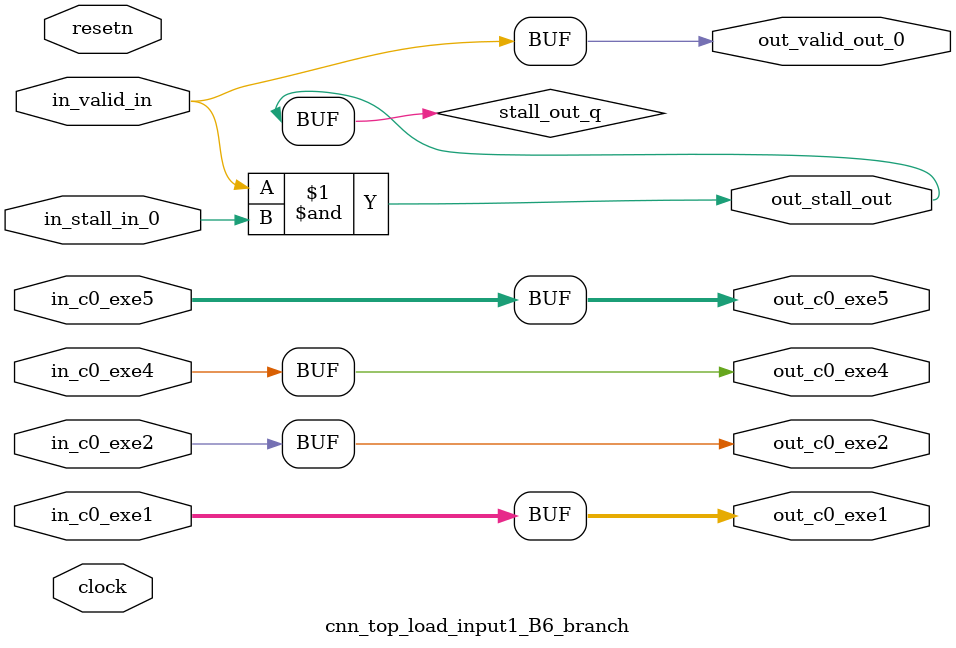
<source format=sv>



(* altera_attribute = "-name AUTO_SHIFT_REGISTER_RECOGNITION OFF; -name MESSAGE_DISABLE 10036; -name MESSAGE_DISABLE 10037; -name MESSAGE_DISABLE 14130; -name MESSAGE_DISABLE 14320; -name MESSAGE_DISABLE 15400; -name MESSAGE_DISABLE 14130; -name MESSAGE_DISABLE 10036; -name MESSAGE_DISABLE 12020; -name MESSAGE_DISABLE 12030; -name MESSAGE_DISABLE 12010; -name MESSAGE_DISABLE 12110; -name MESSAGE_DISABLE 14320; -name MESSAGE_DISABLE 13410; -name MESSAGE_DISABLE 113007; -name MESSAGE_DISABLE 10958" *)
module cnn_top_load_input1_B6_branch (
    input wire [31:0] in_c0_exe1,
    input wire [0:0] in_c0_exe2,
    input wire [0:0] in_c0_exe4,
    input wire [31:0] in_c0_exe5,
    input wire [0:0] in_stall_in_0,
    input wire [0:0] in_valid_in,
    output wire [31:0] out_c0_exe1,
    output wire [0:0] out_c0_exe2,
    output wire [0:0] out_c0_exe4,
    output wire [31:0] out_c0_exe5,
    output wire [0:0] out_stall_out,
    output wire [0:0] out_valid_out_0,
    input wire clock,
    input wire resetn
    );

    wire [0:0] stall_out_q;


    // out_c0_exe1(GPOUT,8)
    assign out_c0_exe1 = in_c0_exe1;

    // out_c0_exe2(GPOUT,9)
    assign out_c0_exe2 = in_c0_exe2;

    // out_c0_exe4(GPOUT,10)
    assign out_c0_exe4 = in_c0_exe4;

    // out_c0_exe5(GPOUT,11)
    assign out_c0_exe5 = in_c0_exe5;

    // stall_out(LOGICAL,14)
    assign stall_out_q = in_valid_in & in_stall_in_0;

    // out_stall_out(GPOUT,12)
    assign out_stall_out = stall_out_q;

    // out_valid_out_0(GPOUT,13)
    assign out_valid_out_0 = in_valid_in;

endmodule

</source>
